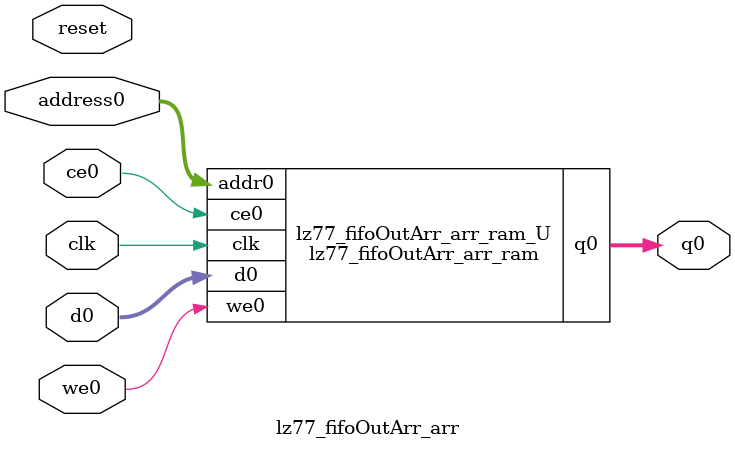
<source format=v>
`timescale 1 ns / 1 ps
module lz77_fifoOutArr_arr_ram (addr0, ce0, d0, we0, q0,  clk);

parameter DWIDTH = 8;
parameter AWIDTH = 13;
parameter MEM_SIZE = 8192;

input[AWIDTH-1:0] addr0;
input ce0;
input[DWIDTH-1:0] d0;
input we0;
output reg[DWIDTH-1:0] q0;
input clk;

(* ram_style = "block" *)reg [DWIDTH-1:0] ram[0:MEM_SIZE-1];




always @(posedge clk)  
begin 
    if (ce0) 
    begin
        if (we0) 
        begin 
            ram[addr0] <= d0; 
        end 
        q0 <= ram[addr0];
    end
end


endmodule

`timescale 1 ns / 1 ps
module lz77_fifoOutArr_arr(
    reset,
    clk,
    address0,
    ce0,
    we0,
    d0,
    q0);

parameter DataWidth = 32'd8;
parameter AddressRange = 32'd8192;
parameter AddressWidth = 32'd13;
input reset;
input clk;
input[AddressWidth - 1:0] address0;
input ce0;
input we0;
input[DataWidth - 1:0] d0;
output[DataWidth - 1:0] q0;



lz77_fifoOutArr_arr_ram lz77_fifoOutArr_arr_ram_U(
    .clk( clk ),
    .addr0( address0 ),
    .ce0( ce0 ),
    .we0( we0 ),
    .d0( d0 ),
    .q0( q0 ));

endmodule


</source>
